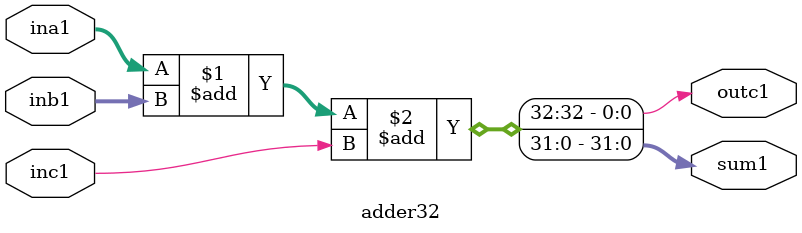
<source format=v>
`timescale 1ns / 1ps


module adder32(
    input [31:0] ina1,
    input [31:0] inb1,
    input inc1,
    output [31:0] sum1,
    output outc1
    );
    reg [31:0] op1,op2;
    reg op3;
    wire [31:0] sum;
    wire op_1,op_2,op_3,op4;

    adder8 a7_0(op1[7:0],op2[7:0],op3,sum[7:0],op_1);
    adder8 a15_8(op1[15:8],op2[15:8],op_1,sum[15:8],op_2);
    adder8 a23_16(op1[23:16],op2[23:16],op_2,sum[23:16],op_3);
    adder8 a31_24(op1[31:24],op2[31:24],op_3,sum[31:24],op4);
    
    assign {outc1,sum1} = ina1 + inb1 + inc1;
    
endmodule

</source>
